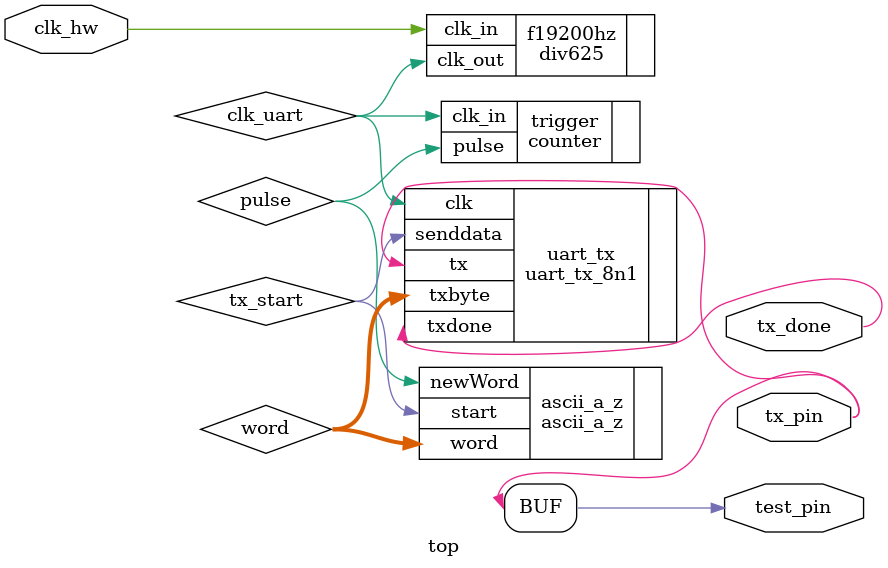
<source format=v>
module top #(
  parameter SIZE_DIV625=10,
  parameter LIMIT_DIV625=10'd625,
  parameter SIZE_COUNTER=14,
  parameter LIMIT_COUNTER=14'd9600
)(
// Inputs and output ports
  clk_hw,
  tx_done,
  test_pin,
  tx_pin
);

input clk_hw;

output tx_done;
output tx_pin;
output test_pin;

// Declaración de señales [reg, wire]
// wire clk_100hz;
wire clk_uart;
wire pulse;
wire [7:0] word;
wire tx_start;

assign test_pin = tx_pin;

// Descripción del comportamiento

div625 #(
  .SIZE(SIZE_DIV625),
  .LIMIT(LIMIT_DIV625)
) f19200hz(
  .clk_in(clk_hw),
  .clk_out(clk_uart)
);

counter #(
  .SIZE(SIZE_COUNTER),
  .LIMIT(LIMIT_COUNTER)
) trigger(
  .clk_in(clk_uart),
  .pulse(pulse)
);

ascii_a_z ascii_a_z (
  .newWord(pulse),
  .word(word),
  .start(tx_start)
);

uart_tx_8n1 uart_tx(
  .clk(clk_uart),
  .txbyte(word),
  .senddata(tx_start),
  .txdone(tx_done),
  .tx(tx_pin)
);

endmodule

</source>
